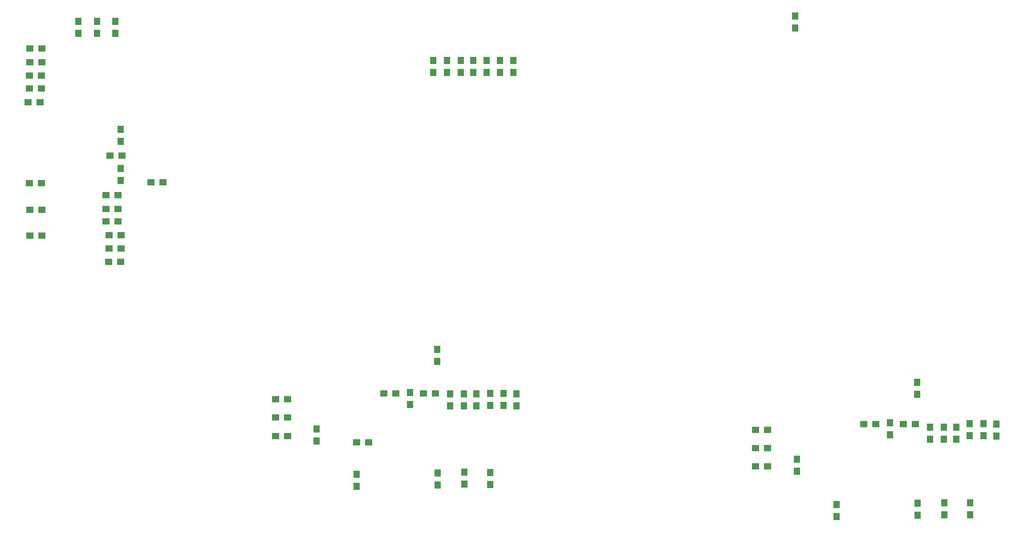
<source format=gbr>
G04 EasyPC Gerber Version 21.0.3 Build 4286 *
G04 #@! TF.Part,Single*
G04 #@! TF.FileFunction,Paste,Bot *
G04 #@! TF.FilePolarity,Positive *
%FSLAX35Y35*%
%MOIN*%
G04 #@! TA.AperFunction,SMDPad*
%ADD120R,0.04900X0.05400*%
%ADD121R,0.05400X0.04900*%
X0Y0D02*
D02*
D120*
X109502Y501065D03*
Y510065D03*
X123380Y501065D03*
Y510065D03*
X137061Y501065D03*
Y510065D03*
X141293Y390632D03*
Y399632D03*
Y420061D03*
Y429061D03*
X287848Y195356D03*
Y204356D03*
X317868Y161498D03*
Y170498D03*
X357829Y222817D03*
Y231817D03*
X375053Y471636D03*
Y480636D03*
X378203Y255199D03*
Y264199D03*
X378498Y162581D03*
Y171581D03*
X385486Y471636D03*
Y480636D03*
X387947Y221636D03*
Y230636D03*
X395722Y471636D03*
Y480636D03*
X398183Y221636D03*
Y230636D03*
X398675Y162974D03*
Y171974D03*
X405368Y471636D03*
Y480636D03*
X407632Y221636D03*
Y230636D03*
X415112Y471636D03*
Y480636D03*
X417770Y222226D03*
Y231226D03*
X417868Y162876D03*
Y171876D03*
X425053Y471636D03*
Y480636D03*
X427809Y222128D03*
Y231128D03*
X435289Y471636D03*
Y480636D03*
X437553Y221931D03*
Y230931D03*
X646271Y505002D03*
Y514002D03*
X647396Y172915D03*
Y181915D03*
X677120Y138663D03*
Y147663D03*
X717081Y199982D03*
Y208982D03*
X737553Y230396D03*
Y239396D03*
X737750Y139746D03*
Y148746D03*
X747297Y196833D03*
Y205833D03*
X757533Y196833D03*
Y205833D03*
X757927Y140140D03*
Y149140D03*
X766982Y196833D03*
Y205833D03*
X777022Y199392D03*
Y208392D03*
X777120Y140041D03*
Y149041D03*
X787061Y199293D03*
Y208293D03*
X796805Y199096D03*
Y208096D03*
D02*
D121*
X71833Y449561D03*
X72817Y459896D03*
X72915Y388931D03*
Y469344D03*
X73211Y349561D03*
Y479384D03*
Y489620D03*
X73309Y368754D03*
X80833Y449561D03*
X81817Y459896D03*
X81915Y388931D03*
Y469344D03*
X82211Y349561D03*
Y479384D03*
Y489620D03*
X82309Y368754D03*
X130199Y359994D03*
Y369443D03*
Y379679D03*
X132266Y329876D03*
X132463Y339620D03*
X132561Y349659D03*
X133152Y409600D03*
X139199Y359994D03*
Y369443D03*
Y379679D03*
X141266Y329876D03*
X141463Y339620D03*
X141561Y349659D03*
X142152Y409600D03*
X163762Y389423D03*
X172762D03*
X257364Y199167D03*
Y213045D03*
Y226726D03*
X266364Y199167D03*
Y213045D03*
Y226726D03*
X317994Y194541D03*
X326994D03*
X338368Y230959D03*
X347368D03*
X367797D03*
X376797D03*
X616616Y176333D03*
Y190211D03*
Y203892D03*
X625616Y176333D03*
Y190211D03*
Y203892D03*
X697620Y208124D03*
X706620D03*
X727049D03*
X736049D03*
X0Y0D02*
M02*

</source>
